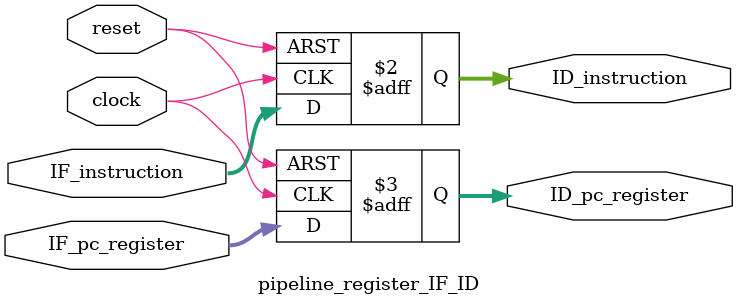
<source format=v>
module pipeline_register_IF_ID(input clock,
			       input reset,
			       input [31:0] IF_instruction, 
			       input [31:0] IF_pc_register,
			       //---------------------------------
			       output reg [31:0] ID_instruction,
			       output reg [31:0] ID_pc_register);

	always @(posedge clock or posedge reset) begin
		if(reset) begin
			ID_instruction <= 0;
			ID_pc_register <= 0;
		end
		else begin
			ID_instruction <= IF_instruction;
			ID_pc_register <= IF_pc_register;
		end
	end

endmodule

</source>
